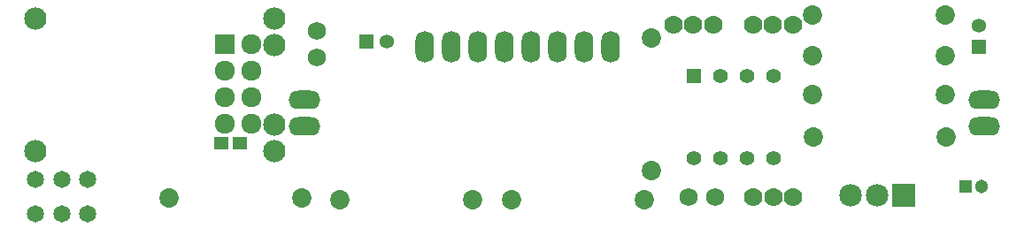
<source format=gbr>
G04 EasyPC Gerber Version 21.0.3 Build 4286 *
%FSLAX35Y35*%
%MOIN*%
%ADD104O,0.07000X0.12000*%
%ADD13O,0.12000X0.07000*%
%ADD110R,0.05134X0.05134*%
%ADD107R,0.05331X0.05331*%
%ADD77R,0.05563X0.05563*%
%ADD102R,0.07555X0.07555*%
%ADD112R,0.08500X0.08500*%
%ADD111C,0.05134*%
%ADD108C,0.05331*%
%ADD78C,0.05563*%
%ADD106C,0.06512*%
%ADD109C,0.06906*%
%ADD81C,0.07000*%
%ADD83C,0.07299*%
%ADD103C,0.07555*%
%ADD105C,0.08400*%
%ADD75C,0.08500*%
%ADD113R,0.05291X0.04937*%
X0Y0D02*
D02*
D13*
X115492Y46943D03*
Y56943D03*
X371398Y46943D03*
Y56943D03*
D02*
D75*
X320886Y20742D03*
X330886D03*
D02*
D77*
X261909Y65644D03*
D02*
D78*
Y34896D03*
X271909D03*
Y65644D03*
X281909Y34896D03*
Y65644D03*
X291909Y34896D03*
Y65644D03*
D02*
D81*
X254272Y85211D03*
X261772D03*
X269272D03*
X284291D03*
X284390Y20250D03*
X291791Y85211D03*
X291890Y20250D03*
X299291Y85211D03*
X299390Y20250D03*
D02*
D83*
X64311Y19758D03*
X114311D03*
X128780Y19266D03*
X178780D03*
X193248D03*
X243248D03*
X245906Y30093D03*
Y80093D03*
X306634Y58636D03*
Y73400D03*
Y88656D03*
X307126Y42888D03*
X356634Y58636D03*
Y73400D03*
Y88656D03*
X357126Y42888D03*
D02*
D102*
X85472Y77829D03*
D02*
D103*
Y47829D03*
Y57829D03*
Y67829D03*
X95472Y47829D03*
Y57829D03*
Y67829D03*
Y77829D03*
D02*
D104*
X160768Y76746D03*
X170768D03*
X180768D03*
X190768D03*
X200768D03*
X210768D03*
X220768D03*
X230768D03*
D02*
D105*
X14094Y37317D03*
Y87317D03*
X104094Y37317D03*
Y47317D03*
Y77317D03*
Y87317D03*
D02*
D106*
X14114Y13754D03*
Y26746D03*
X23957Y13754D03*
Y26746D03*
X33799Y13754D03*
Y26746D03*
D02*
D107*
X138622Y78813D03*
X369429Y76844D03*
D02*
D108*
X146496Y78813D03*
X369429Y84719D03*
D02*
D109*
X119921Y72907D03*
Y82750D03*
X260177Y20250D03*
X270020D03*
D02*
D110*
X364508Y24187D03*
D02*
D111*
X370413D03*
D02*
D112*
X340886Y20742D03*
D02*
D113*
X83941Y40427D03*
X90941D03*
X0Y0D02*
M02*

</source>
